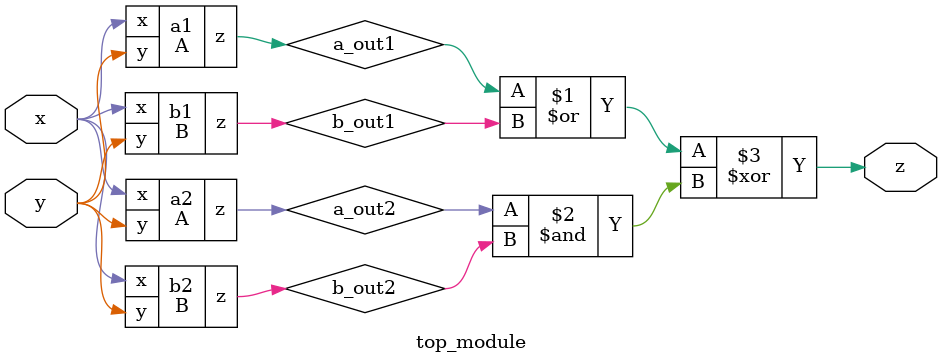
<source format=sv>
module A(
	input x,
	input y,
	output z);
	
	assign z = (x ^ y) & x;
	
endmodule
module B(
	input x,
	input y,
	output z);
	
	reg z;
	
	initial begin
		#0 z = 1'b1;
		#5 z = 1'b1;
		#10 z = 1'b1;
		#15 z = 1'b1;
		#20 z = 1'b1;
		#25 z = x & ~y;
		#30 z = x & ~y;
		#35 z = ~x & y;
		#40 z = ~x & y;
		#45 z = 1'b1;
		#50 z = 1'b1;
		#55 z = 1'b1;
		#60 z = ~x & y;
		#65 z = ~x & y;
		#70 z = 1'b1;
		#75 z = ~x & y;
		#80 z = ~x & y;
		#85 z = ~x & y;
		#90 z = x & ~y;
	end
	
	assign z = z;
	
endmodule
module top_module(
	input x,
	input y,
	output z);
	
	wire a_out1, a_out2, b_out1, b_out2;
	
	A a1(
		.x(x),
		.y(y),
		.z(a_out1)
	);
	
	B b1(
		.x(x),
		.y(y),
		.z(b_out1)
	);
	
	A a2(
		.x(x),
		.y(y),
		.z(a_out2)
	);
	
	B b2(
		.x(x),
		.y(y),
		.z(b_out2)
	);
	
	assign z = (a_out1 | b_out1) ^ (a_out2 & b_out2);
	
endmodule

</source>
